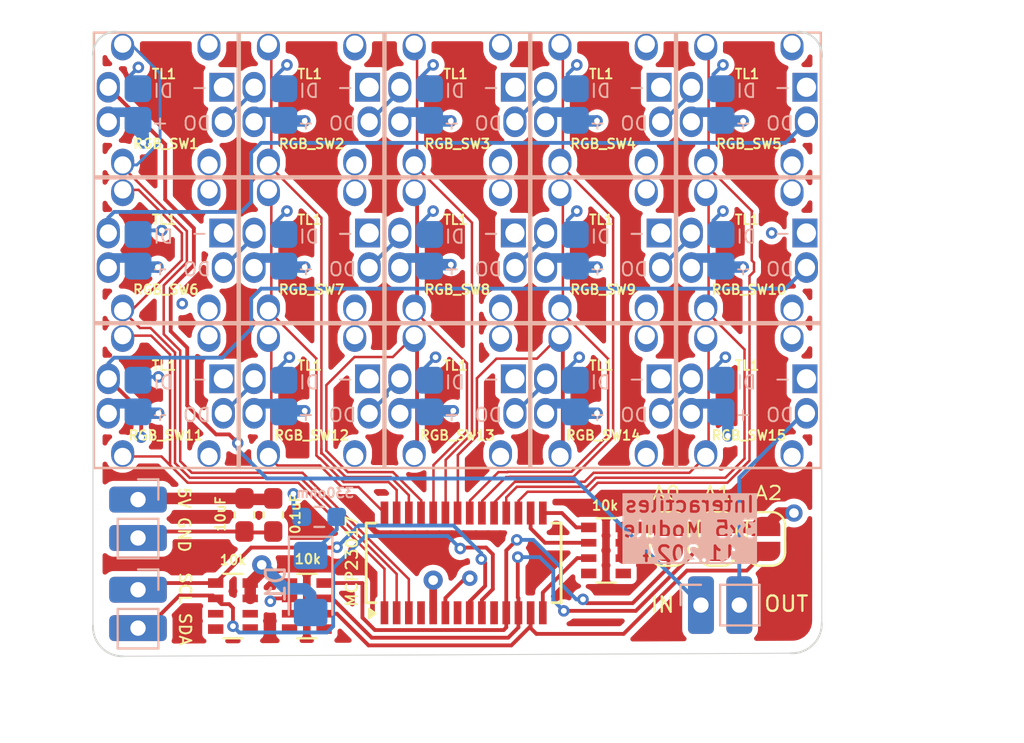
<source format=kicad_pcb>
(kicad_pcb (version 20240108) (generator "pcbnew") (generator_version "8.0")
  (layers (0 "F.Cu" signal) (1 "In1.Cu" power) (2 "In2.Cu" power) (31 "B.Cu" signal) (34 "B.Paste" user) (35 "F.Paste" user) (36 "B.SilkS" user "B.Silkscreen") (37 "F.SilkS" user "F.Silkscreen") (38 "B.Mask" user) (39 "F.Mask" user) (44 "Edge.Cuts" user))
  (net 0 "")
  (net 1 "+5V")
  (net 2 "Net-(D1-Pad1)")
  (net 3 "GND")
  (net 4 "SW2")
  (net 5 "SW5")
  (net 6 "SW8")
  (net 7 "SW10")
  (net 8 "SW9")
  (net 9 "SW15")
  (net 10 "SW12")
  (net 11 "SW11")
  (net 12 "SW1")
  (net 13 "SW6")
  (net 14 "SW4")
  (net 15 "SW3")
  (net 16 "SW14")
  (net 17 "SW13")
  (net 18 "SW7")
  (net 19 "LED_OUT")
  (net 20 "LED_IN")
  (net 21 "Net-(RGB_SW2-DIN)")
  (net 22 "Net-(RGB_SW3-DIN)")
  (net 23 "Net-(RGB_SW10-DIN)")
  (net 24 "Net-(RGB_SW4-DIN)")
  (net 25 "Net-(RGB_SW5-DIN)")
  (net 26 "Net-(RGB_SW6-DIN)")
  (net 27 "Net-(RGB_SW11-DIN)")
  (net 28 "Net-(RGB_SW8-DIN)")
  (net 29 "Net-(RGB_SW7-DIN)")
  (net 30 "Net-(RGB_SW9-DIN)")
  (net 31 "Net-(RGB_SW12-DIN)")
  (net 32 "Net-(RGB_SW13-DIN)")
  (net 33 "Net-(RGB_SW14-DIN)")
  (net 34 "Net-(RGB_SW15-DIN)")
  (net 35 "SDA")
  (net 36 "SCL")
  (net 44 "Net-(JP2-A)")
  (net 45 "Net-(JP1-A)")
  (net 46 "Net-(JP3-A)")
  (net 47 "Net-(RN2-R1.1)")
  (net 48 "Net-(RN2-R2.1)")
  (net 49 "Net-(RN2-R3.1)")
  (footprint "Resistor_SMD:R_Array_Convex_4x0603" (layer "F.Cu") (at 112.420995 86.17)
    (property "Reference" "10k")
    (property "Value" "R_Pack04")
  )
  (footprint "Package_SO:SSOP-28_3.9x9.9mm_P0.635mm" (layer "F.Cu") (at 124.448496 83.919998 90)
    (property "Reference" "U1" (hide yes))
    (property "Value" "MCP23017_ML")
  )
  (footprint "SilvansFootprintLibrary:TL1_RBG_Adressable_1_mini" (layer "F.Cu") (at 131.720995 60.02)
    (property "Reference" "RGB_SW4")
    (property "Value" "PLB_RGB_SW")
  )
  (footprint "SilvansFootprintLibrary:TL1_RBG_Adressable_1_mini" (layer "F.Cu") (at 124.120995 67.62)
    (property "Reference" "RGB_SW8")
    (property "Value" "PLB_RGB_SW")
  )
  (footprint "SilvansFootprintLibrary:TL1_RBG_Adressable_1_mini" (layer "F.Cu") (at 108.920995 67.62)
    (property "Reference" "RGB_SW6")
    (property "Value" "PLB_RGB_SW")
  )
  (footprint "Resistor_SMD:R_Array_Convex_4x0603" (layer "F.Cu") (at 116.270995 86.17)
    (property "Reference" "10k")
    (property "Value" "R_Pack04")
  )
  (footprint "SilvansFootprintLibrary:TL1_RBG_Adressable_1_mini" (layer "F.Cu") (at 139.320995 67.62)
    (property "Reference" "RGB_SW10")
    (property "Value" "PLB_RGB_SW")
  )
  (footprint "SilvansFootprintLibrary:TL1_RBG_Adressable_1_mini" (layer "F.Cu") (at 131.720995 67.62)
    (property "Reference" "RGB_SW9")
    (property "Value" "PLB_RGB_SW")
  )
  (footprint "Capacitor_SMD:C_0603_1608Metric_Pad1.08x0.95mm_HandSolder" (layer "F.Cu") (at 114.520995 81.42 -90)
    (property "Reference" "C2" (hide yes))
    (property "Value" "0.1uF")
  )
  (footprint "SilvansFootprintLibrary:TL1_RBG_Adressable_1_mini" (layer "F.Cu") (at 139.320995 60.02)
    (property "Reference" "RGB_SW5")
    (property "Value" "PLB_RGB_SW")
  )
  (footprint "SilvansFootprintLibrary:TL1_RBG_Adressable_1_mini" (layer "F.Cu") (at 131.720995 75.22)
    (property "Reference" "RGB_SW14")
    (property "Value" "PLB_RGB_SW")
  )
  (footprint "SilvansFootprintLibrary:TL1_RBG_Adressable_1_mini" (layer "F.Cu") (at 139.320995 75.22)
    (property "Reference" "RGB_SW15")
    (property "Value" "PLB_RGB_SW")
  )
  (footprint "SilvansFootprintLibrary:TL1_RBG_Adressable_1_mini" (layer "F.Cu") (at 108.920995 60.02)
    (property "Reference" "RGB_SW1")
    (property "Value" "PLB_RGB_SW")
  )
  (footprint "Jumper:SolderJumper-2_P1.3mm_Open_RoundedPad1.0x1.5mm" (layer "F.Cu") (at 140.210995 82.669999 90)
    (property "Reference" "JP3" (hide yes))
    (property "Value" "SolderJumper_2_Open")
  )
  (footprint "Jumper:SolderJumper-2_P1.3mm_Open_RoundedPad1.0x1.5mm" (layer "F.Cu") (at 135.130994 82.669996 90)
    (property "Reference" "JP1" (hide yes))
    (property "Value" "SolderJumper_2_Open")
  )
  (footprint "Capacitor_SMD:C_0603_1608Metric_Pad1.08x0.95mm_HandSolder" (layer "F.Cu") (at 113.020995 81.42 -90)
    (property "Reference" "C1" (hide yes))
    (property "Value" "10uF")
  )
  (footprint "Jumper:SolderJumper-2_P1.3mm_Open_RoundedPad1.0x1.5mm" (layer "F.Cu") (at 137.670995 82.67 90)
    (property "Reference" "JP2" (hide yes))
    (property "Value" "SolderJumper_2_Open")
  )
  (footprint "SilvansFootprintLibrary:TL1_RBG_Adressable_1_mini" (layer "F.Cu") (at 124.120995 75.22)
    (property "Reference" "RGB_SW13")
    (property "Value" "PLB_RGB_SW")
  )
  (footprint "SilvansFootprintLibrary:TL1_RBG_Adressable_1_mini" (layer "F.Cu") (at 116.520995 60.02)
    (property "Reference" "RGB_SW2")
    (property "Value" "PLB_RGB_SW")
  )
  (footprint "Resistor_SMD:R_Array_Convex_4x0603" (layer "F.Cu") (at 131.870995 83.27)
    (property "Reference" "RN2" (hide yes))
    (property "Value" "R_Pack04")
  )
  (footprint "SilvansFootprintLibrary:TL1_RBG_Adressable_1_mini" (layer "F.Cu") (at 116.520995 67.62)
    (property "Reference" "RGB_SW7")
    (property "Value" "PLB_RGB_SW")
  )
  (footprint "SilvansFootprintLibrary:TL1_RBG_Adressable_1_mini" (layer "F.Cu") (at 108.920995 75.22)
    (property "Reference" "RGB_SW11")
    (property "Value" "PLB_RGB_SW")
  )
  (footprint "SilvansFootprintLibrary:TL1_RBG_Adressable_1_mini" (layer "F.Cu") (at 124.120995 60.02)
    (property "Reference" "RGB_SW3")
    (property "Value" "PLB_RGB_SW")
  )
  (footprint "SilvansFootprintLibrary:TL1_RBG_Adressable_1_mini" (layer "F.Cu") (at 116.520995 75.22)
    (property "Reference" "RGB_SW12")
    (property "Value" "PLB_RGB_SW")
  )
  (footprint "Connector_PinHeader_2.00mm:PinHeader_1x02_P2.00mm_Vertical" (layer "B.Cu") (at 107.470995 80.62 180)
    (property "Reference" "J1" (hide yes))
    (property "Value" "PINHD_1x2_Male")
  )
  (footprint "Connector_PinHeader_2.00mm:PinHeader_1x02_P2.00mm_Vertical" (layer "B.Cu") (at 136.820995 86.12 -90)
    (property "Reference" "J4" (hide yes))
    (property "Value" "PINHD_1x2_Female")
  )
  (footprint "Connector_PinHeader_2.00mm:PinHeader_1x02_P2.00mm_Vertical" (layer "B.Cu") (at 107.470995 85.32 180)
    (property "Reference" "J2" (hide yes))
    (property "Value" "PINHD_1x2_Female")
  )
  (footprint "LED_SMD:LED_1206_3216Metric_Pad1.42x1.75mm_HandSolder" (layer "B.Cu") (at 116.470995 85.02 -90)
    (property "Reference" "D1")
    (property "Value" "LED")
  )
  (footprint "Resistor_SMD:R_0603_1608Metric_Pad0.98x0.95mm_HandSolder" (layer "B.Cu") (at 116.920995 81.52 180)
    (property "Reference" "R1" (hide yes))
    (property "Value" "330ohm")
  )
  (gr_line (start 105.120995 57.42) (end 105.120995 87.183342) (stroke (width 0.05)) (layer "Edge.Cuts"))
  (gr_arc (start 141.870997 56.22) (mid 142.784434 56.6091) (end 143.136715 57.537359) (stroke (width 0.1)) (layer "Edge.Cuts"))
  (gr_line (start 106.319523 56.218528) (end 141.870997 56.22) (stroke (width 0.05)) (layer "Edge.Cuts"))
  (gr_arc (start 143.120995 87.069999) (mid 142.653311 88.193585) (end 141.516655 88.62854) (stroke (width 0.1)) (layer "Edge.Cuts"))
  (gr_line (start 106.679535 88.787684) (end 141.516655 88.62854) (stroke (width 0.05)) (layer "Edge.Cuts"))
  (gr_line (start 143.136715 57.537359) (end 143.120995 87.069999) (stroke (width 0.05)) (layer "Edge.Cuts"))
  (gr_arc (start 105.119523 57.418528) (mid 105.470995 56.57) (end 106.319523 56.218528) (stroke (width 0.1)) (layer "Edge.Cuts"))
  (gr_arc (start 106.679535 88.787684) (mid 105.555947 88.32) (end 105.120995 87.183342) (stroke (width 0.1)) (layer "Edge.Cuts"))
  (gr_text "-" (at 118.770995 67.12 0) (layer "B.SilkS") (effects (font (size 0.7 0.7) (thickness 0.1)) (justify left bottom mirror)))
  (gr_text "Interactiles\n3x5 Module\n11.2024" (at 136.220995 83.92 0) (layer "B.SilkS" knockout) (effects (font (size 0.8 0.8) (thickness 0.14) (bold yes)) (justify bottom mirror)))
  (gr_text "-" (at 126.370995 67.12 0) (layer "B.SilkS") (effects (font (size 0.7 0.7) (thickness 0.1)) (justify left bottom mirror)))
  (gr_text "-" (at 126.370995 59.52 0) (layer "B.SilkS") (effects (font (size 0.7 0.7) (thickness 0.1)) (justify left bottom mirror)))
  (gr_text "-" (at 133.970995 59.52 0) (layer "B.SilkS") (effects (font (size 0.7 0.7) (thickness 0.1)) (justify left bottom mirror)))
  (gr_text "-" (at 118.770995 59.52 0) (layer "B.SilkS") (effects (font (size 0.7 0.7) (thickness 0.1)) (justify left bottom mirror)))
  (gr_text "-" (at 133.970995 67.12 0) (layer "B.SilkS") (effects (font (size 0.7 0.7) (thickness 0.1)) (justify left bottom mirror)))
  (gr_text "-" (at 141.570995 59.52 0) (layer "B.SilkS") (effects (font (size 0.7 0.7) (thickness 0.1)) (justify left bottom mirror)))
  (gr_text "MCP23017" (at 118.970995 86.27 90) (layer "F.SilkS") (effects (font (size 0.6 0.6) (thickness 0.1)) (justify left bottom)))
  (gr_text "SCL SDA" (at 109.570995 86.32 270) (layer "F.SilkS") (effects (font (size 0.6 0.6) (thickness 0.1)) (justify bottom)))
  (gr_text "OUT" (at 141.270995 86.52 0) (layer "F.SilkS") (effects (font (size 0.8 0.8) (thickness 0.12)) (justify bottom)))
  (gr_text "A0  A1  A2" (at 134.225854 80.686 0) (layer "F.SilkS") (effects (font (size 0.7 0.8) (thickness 0.1)) (justify left bottom)))
  (gr_text "IN" (at 134.820995 86.57 0) (layer "F.SilkS") (effects (font (size 0.8 0.8) (thickness 0.12)) (justify bottom)))
  (gr_text "5V GND" (at 109.520995 79.92 270) (layer "F.SilkS") (effects (font (size 0.6 0.6) (thickness 0.1)) (justify left bottom)))
  (gr_text "10k" (at 131.820995 81.22 0) (layer "F.SilkS") (effects (font (size 0.5 0.5) (thickness 0.1)) (justify bottom)))
  (segment (start 141.670995 81.32) (end 140.910994 81.32) (width 0.6) (layer "F.Cu") (net 1))
  (segment (start 140.160994 82.07) (end 140.210995 82.019999) (width 0.6) (layer "F.Cu") (net 1))
  (segment (start 113.920995 84.02) (end 113.920995 84.37) (width 0.6) (layer "F.Cu") (net 1))
  (segment (start 113.320995 85.77) (end 113.320995 84.97) (width 0.6) (layer "F.Cu") (net 1))
  (segment (start 140.910994 81.32) (end 140.210995 82.019999) (width 0.6) (layer "F.Cu") (net 1))
  (segment (start 113.920995 84.37) (end 113.320995 84.97) (width 0.6) (layer "F.Cu") (net 1))
  (segment (start 132.770995 82.07) (end 140.160994 82.07) (width 0.6) (layer "F.Cu") (net 1))
  (segment (start 132.770995 82.07) (end 132.770995 83.67) (width 0.6) (layer "F.Cu") (net 1))
  (segment (start 112.720995 80.5575) (end 107.533495 80.5575) (width 0.6) (layer "F.Cu") (net 1))
  (segment (start 122.860996 84.82) (end 122.860996 86.519998) (width 0.4) (layer "F.Cu") (net 1))
  (segment (start 113.020995 80.6075) (end 114.520995 80.6075) (width 0.6) (layer "F.Cu") (net 1))
  (segment (start 107.533495 80.5575) (end 107.470995 80.62) (width 0.6) (layer "F.Cu") (net 1))
  (via (at 107.743995 62.019) (size 0.6) (drill 0.3) (layers "F.Cu" "B.Cu") (net 1))
  (via (at 116.161586 75.989) (size 0.6) (drill 0.3) (layers "F.Cu" "B.Cu") (net 1))
  (via (at 113.920995 84.02) (size 1) (drill 0.5) (layers "F.Cu" "B.Cu") (net 1))
  (via (at 131.401586 60.876) (size 0.6) (drill 0.3) (layers "F.Cu" "B.Cu") (net 1))
  (via (at 123.908586 75.989) (size 0.6) (drill 0.3) (layers "F.Cu" "B.Cu") (net 1))
  (via (at 141.670995 81.32) (size 0.9) (drill 0.5) (layers "F.Cu" "B.Cu") (net 1))
  (via (at 108.505995 68.496) (size 0.6) (drill 0.3) (layers "F.Cu" "B.Cu") (net 1))
  (via (at 131.401586 76.116) (size 0.6) (drill 0.3) (layers "F.Cu" "B.Cu") (net 1))
  (via (at 108.541586 76.116) (size 0.6) (drill 0.3) (layers "F.Cu" "B.Cu") (net 1))
  (via (at 131.401586 68.496) (size 0.6) (drill 0.3) (layers "F.Cu" "B.Cu") (net 1))
  (via (at 116.161586 68.496) (size 0.6) (drill 0.3) (layers "F.Cu" "B.Cu") (net 1))
  (via (at 123.781586 60.876) (size 0.6) (drill 0.3) (layers "F.Cu" "B.Cu") (net 1))
  (via (at 116.161586 60.876) (size 0.6) (drill 0.3) (layers "F.Cu" "B.Cu") (net 1))
  (via (at 123.781586 68.369) (size 0.6) (drill 0.3) (layers "F.Cu" "B.Cu") (net 1))
  (via (at 138.223994 77.294591) (size 0.6) (drill 0.3) (layers "F.Cu" "B.Cu") (net 1))
  (via (at 122.860996 84.82) (size 1) (drill 0.5) (layers "F.Cu" "B.Cu") (net 1))
  (via (at 139.021586 68.496) (size 0.6) (drill 0.3) (layers "F.Cu" "B.Cu") (net 1))
  (via (at 139.021586 60.876) (size 0.6) (drill 0.3) (layers "F.Cu" "B.Cu") (net 1))
  (segment (start 131.401586 76.116) (end 130.568403 76.116) (width 0.6) (layer "B.Cu") (net 1))
  (segment (start 116.170995 85.27) (end 115.170995 85.27) (width 0.6) (layer "B.Cu") (net 1))
  (segment (start 107.743995 62.019) (end 107.743995 61.643) (width 0.6) (layer "B.Cu") (net 1))
  (segment (start 139.021586 60.876) (end 138.188403 60.876) (width 0.6) (layer "B.Cu") (net 1))
  (segment (start 116.161586 60.876) (end 115.328403 60.876) (width 0.6) (layer "B.Cu") (net 1))
  (segment (start 108.505995 68.496) (end 107.672812 68.496) (width 0.6) (layer "B.Cu") (net 1))
  (segment (start 107.743995 61.643) (end 107.070995 60.97) (width 0.6) (layer "B.Cu") (net 1))
  (segment (start 123.781586 68.369) (end 122.948403 68.369) (width 0.6) (layer "B.Cu") (net 1))
  (segment (start 131.401586 68.496) (end 130.568403 68.496) (width 0.6) (layer "B.Cu") (net 1))
  (segment (start 108.541586 76.116) (end 107.708403 76.116) (width 0.6) (layer "B.Cu") (net 1))
  (segment (start 115.170995 85.27) (end 113.920995 84.02) (width 0.6) (layer "B.Cu") (net 1))
  (segment (start 107.672812 68.496) (end 107.598812 68.57) (width 0.6) (layer "B.Cu") (net 1))
  (segment (start 123.781586 60.876) (end 122.948403 60.876) (width 0.6) (layer "B.Cu") (net 1))
  (segment (start 116.470994 85.569999) (end 116.170995 85.27) (width 0.6) (layer "B.Cu") (net 1))
  (segment (start 116.161586 68.496) (end 115.328403 68.496) (width 0.6) (layer "B.Cu") (net 1))
  (segment (start 123.908586 75.989) (end 123.075403 75.989) (width 0.6) (layer "B.Cu") (net 1))
  (segment (start 116.161586 75.989) (end 115.328403 75.989) (width 0.6) (layer "B.Cu") (net 1))
  (segment (start 139.021586 68.496) (end 138.188403 68.496) (width 0.6) (layer "B.Cu") (net 1))
  (segment (start 122.982995 68.57) (end 122.270995 68.57) (width 0.6) (layer "B.Cu") (net 1))
  (segment (start 137.570995 68.57) (end 137.470995 68.57) (width 0.6) (layer "B.Cu") (net 1))
  (segment (start 108.597995 80.62) (end 107.470995 80.62) (width 0.6) (layer "B.Cu") (net 1))
  (segment (start 137.570995 76.17) (end 137.470995 76.17) (width 0.6) (layer "B.Cu") (net 1))
  (segment (start 107.534997 80.684002) (end 107.470995 80.62) (width 0.6) (layer "B.Cu") (net 1))
  (segment (start 116.470994 86.5075) (end 116.470994 85.569999) (width 0.6) (layer "B.Cu") (net 1))
  (segment (start 131.401586 60.876) (end 130.568403 60.876) (width 0.6) (layer "B.Cu") (net 1))
  (segment (start 138.223994 77.294591) (end 138.223995 76.461408) (width 0.6) (layer "B.Cu") (net 1))
  (segment (start 117.833495 82.170001) (end 116.470996 83.5325) (width 0.2) (layer "B.Cu") (net 2))
  (segment (start 117.833495 81.52) (end 117.833495 82.170001) (width 0.2) (layer "B.Cu") (net 2))
  (segment (start 124.530994 84.72) (end 123.495997 85.754997) (width 0.2) (layer "F.Cu") (net 3))
  (segment (start 114.520995 82.3325) (end 113.020995 82.3325) (width 0.2) (layer "F.Cu") (net 3))
  (segment (start 115.370994 84.969999) (end 115.370995 86.569999) (width 0.2) (layer "F.Cu") (net 3))
  (segment (start 115.370992 85.769999) (end 114.520996 85.769999) (width 0.2) (layer "F.Cu") (net 3))
  (segment (start 114.520996 85.769999) (end 114.370995 85.92) (width 0.2) (layer "F.Cu") (net 3))
  (segment (start 123.495997 85.754997) (end 123.495997 86.520002) (width 0.2) (layer "F.Cu") (net 3))
  (segment (start 124.770995 84.72) (end 124.530994 84.72) (width 0.2) (layer "F.Cu") (net 3))
  (segment (start 112.720995 82.2825) (end 107.808495 82.2825) (width 0.2) (layer "F.Cu") (net 3))
  (segment (start 107.808495 82.2825) (end 107.470995 82.62) (width 0.2) (layer "F.Cu") (net 3))
  (via (at 138.096995 73.195) (size 0.6) (drill 0.3) (layers "F.Cu" "B.Cu") (net 3))
  (via (at 115.236995 65.575) (size 0.6) (drill 0.3) (layers "F.Cu" "B.Cu") (net 3))
  (via (at 115.236995 57.955) (size 0.6) (drill 0.3) (layers "F.Cu" "B.Cu") (net 3))
  (via (at 130.476995 73.195) (size 0.6) (drill 0.3) (layers "F.Cu" "B.Cu") (net 3))
  (via (at 107.489995 58.082) (size 0.6) (drill 0.3) (layers "F.Cu" "B.Cu") (net 3))
  (via (at 122.856995 57.955) (size 0.6) (drill 0.3) (layers "F.Cu" "B.Cu") (net 3))
  (via (at 130.349995 65.575) (size 0.6) (drill 0.3) (layers "F.Cu" "B.Cu") (net 3))
  (via (at 124.770995 84.72) (size 0.8) (drill 0.4) (layers "F.Cu" "B.Cu") (net 3))
  (via (at 122.983995 73.195) (size 0.6) (drill 0.3) (layers "F.Cu" "B.Cu") (net 3))
  (via (at 115.570995 80.32) (size 0.6) (drill 0.3) (layers "F.Cu" "B.Cu") (net 3))
  (via (at 130.349995 57.955) (size 0.6) (drill 0.3) (layers "F.Cu" "B.Cu") (net 3))
  (via (at 108.70976 66.581235) (size 0.6) (drill 0.3) (layers "F.Cu" "B.Cu") (net 3))
  (via (at 137.969995 65.575) (size 0.6) (drill 0.3) (layers "F.Cu" "B.Cu") (net 3))
  (via (at 109.775995 70.401) (size 0.6) (drill 0.3) (layers "F.Cu" "B.Cu") (net 3))
  (via (at 114.370995 85.92) (size 0.6) (drill 0.3) (layers "F.Cu" "B.Cu") (net 3))
  (via (at 108.540995 74.22) (size 0.6) (drill 0.3) (layers "F.Cu" "B.Cu") (net 3))
  (via (at 122.856995 65.575) (size 0.6) (drill 0.3) (layers "F.Cu" "B.Cu") (net 3))
  (via (at 140.509995 66.718) (size 0.6) (drill 0.3) (layers "F.Cu" "B.Cu") (net 3))
  (via (at 115.363995 73.195) (size 0.6) (drill 0.3) (layers "F.Cu" "B.Cu") (net 3))
  (via (at 137.969995 57.955) (size 0.6) (drill 0.3) (layers "F.Cu" "B.Cu") (net 3))
  (segment (start 107.220995 74.22) (end 107.070995 74.37) (width 0.2) (layer "B.Cu") (net 3))
  (segment (start 137.470995 58.454) (end 137.969995 57.955) (width 0.2) (layer "B.Cu") (net 3))
  (segment (start 107.489995 58.082) (end 107.070995 58.501) (width 0.2) (layer "B.Cu") (net 3))
  (segment (start 129.870995 58.434) (end 130.349995 57.955) (width 0.2) (layer "B.Cu") (net 3))
  (segment (start 129.870995 66.054) (end 130.349995 65.575) (width 0.2) (layer "B.Cu") (net 3))
  (segment (start 115.570995 81.0825) (end 116.008495 81.52) (width 0.2) (layer "B.Cu") (net 3))
  (segment (start 137.470995 73.821) (end 138.096995 73.195) (width 0.2) (layer "B.Cu") (net 3))
  (segment (start 137.470995 66.77) (end 137.470995 66.074) (width 0.2) (layer "B.Cu") (net 3))
  (segment (start 122.270995 74.37) (end 122.270995 73.908) (width 0.2) (layer "B.Cu") (net 3))
  (segment (start 122.270995 59.17) (end 122.270995 58.541) (width 0.2) (layer "B.Cu") (net 3))
  (segment (start 122.270995 66.161) (end 122.856995 65.575) (width 0.2) (layer "B.Cu") (net 3))
  (segment (start 115.570995 80.32) (end 115.570995 81.0825) (width 0.2) (layer "B.Cu") (net 3))
  (segment (start 129.870995 59.17) (end 129.870995 58.434) (width 0.2) (layer "B.Cu") (net 3))
  (segment (start 114.670995 66.77) (end 114.670995 66.141) (width 0.2) (layer "B.Cu") (net 3))
  (segment (start 107.070995 58.501) (end 107.070995 59.17) (width 0.2) (layer "B.Cu") (net 3))
  (segment (start 137.470995 59.17) (end 137.470995 58.454) (width 0.2) (layer "B.Cu") (net 3))
  (segment (start 137.470995 66.074) (end 137.969995 65.575) (width 0.2) (layer "B.Cu") (net 3))
  (segment (start 108.540995 74.22) (end 107.220995 74.22) (width 0.2) (layer "B.Cu") (net 3))
  (segment (start 108.70976 66.581235) (end 107.25976 66.581235) (width 0.2) (layer "B.Cu") (net 3))
  (segment (start 129.870995 74.37) (end 129.870995 73.801) (width 0.2) (layer "B.Cu") (net 3))
  (segment (start 137.470995 74.37) (end 137.470995 73.821) (width 0.2) (layer "B.Cu") (net 3))
  (segment (start 122.270995 58.541) (end 122.856995 57.955) (width 0.2) (layer "B.Cu") (net 3))
  (segment (start 114.670995 66.141) (end 115.236995 65.575) (width 0.2) (layer "B.Cu") (net 3))
  (segment (start 122.270995 73.908) (end 122.983995 73.195) (width 0.2) (layer "B.Cu") (net 3))
  (segment (start 129.870995 73.801) (end 130.476995 73.195) (width 0.2) (layer "B.Cu") (net 3))
  (segment (start 122.270995 66.77) (end 122.270995 66.161) (width 0.2) (layer "B.Cu") (net 3))
  (segment (start 114.670995 58.521) (end 115.236995 57.955) (width 0.2) (layer "B.Cu") (net 3))
  (segment (start 129.870995 66.77) (end 129.870995 66.054) (width 0.2) (layer "B.Cu") (net 3))
  (segment (start 107.25976 66.581235) (end 107.070995 66.77) (width 0.2) (layer "B.Cu") (net 3))
  (segment (start 114.670995 59.17) (end 114.670995 58.521) (width 0.2) (layer "B.Cu") (net 3))
  (segment (start 114.670995 74.37) (end 114.670995 73.888) (width 0.2) (layer "B.Cu") (net 3))
  (segment (start 114.670995 73.888) (end 115.363995 73.195) (width 0.2) (layer "B.Cu") (net 3))
  (segment (start 117.030995 65.93) (end 114.270995 63.17) (width 0.13) (layer "F.Cu") (net 4))
  (segment (start 121.590994 81.319997) (end 121.590994 80.389999) (width 0.13) (layer "F.Cu") (net 4))
  (segment (start 118.297681 79.445) (end 117.06268 78.209999) (width 0.13) (layer "F.Cu") (net 4))
  (segment (start 120.645995 79.445) (end 118.297681 79.445) (width 0.13) (layer "F.Cu") (net 4))
  (segment (start 117.030995 78.209999) (end 117.030995 77.97) (width 0.13) (layer "F.Cu") (net 4))
  (segment (start 117.030995 78.21) (end 117.030995 77.97) (width 0.13) (layer "F.Cu") (net 4))
  (segment (start 117.030995 77.97) (end 117.030995 65.93) (width 0.13) (layer "F.Cu") (net 4))
  (segment (start 114.270995 63.17) (end 114.420995 63.02) (width 0.2) (layer "F.Cu") (net 4))
  (segment (start 121.590994 80.389999) (end 120.645995 79.445) (width 0.13) (layer "F.Cu") (net 4))
  (segment (start 114.420995 63.02) (end 114.420995 57.02) (width 0.13) (layer "F.Cu") (net 4))
  (segment (start 117.06268 78.209999) (end 117.030995 78.209999) (width 0.13) (layer "F.Cu") (net 4))
  (segment (start 114.420995 57.02) (end 114.270995 56.87) (width 0.2) (layer "F.Cu") (net 4))
  (segment (start 130.971093 80.21) (end 131.441093 79.74) (width 0.13) (layer "F.Cu") (net 5))
  (segment (start 137.220995 63.02) (end 137.220995 57.02) (width 0.13) (layer "F.Cu") (net 5))
  (segment (start 127.780995 80.21) (end 130.971093 80.21) (width 0.13) (layer "F.Cu") (net 5))
  (segment (start 131.441093 79.74) (end 138.200995 79.74) (width 0.13) (layer "F.Cu") (net 5))
  (segment (start 139.586586 68.730031) (end 139.586586 68.261969) (width 0.13) (layer "F.Cu") (net 5))
  (segment (start 139.470995 65.57) (end 139.493995 65.593) (width 0.13) (layer "F.Cu") (net 5))
  (segment (start 137.070995 63.17) (end 137.220995 63.02) (width 0.13) (layer "F.Cu") (net 5))
  (segment (start 139.470995 68.146378) (end 139.470995 65.57) (width 0.13) (layer "F.Cu") (net 5))
  (segment (start 139.353996 78.586999) (end 139.353995 68.962622) (width 0.13) (layer "F.Cu") (net 5))
  (segment (start 127.305998 81.319997) (end 127.305998 80.984997) (width 0.13) (layer "F.Cu") (net 5))
  (segment (start 139.586586 68.261969) (end 139.470995 68.146378) (width 0.13) (layer "F.Cu") (net 5))
  (segment (start 127.313496 80.962501) (end 127.313496 80.677499) (width 0.13) (layer "F.Cu") (net 5))
  (segment (start 127.313496 80.677499) (end 127.780995 80.21) (width 0.13) (layer "F.Cu") (net 5))
  (segment (start 138.200995 79.74) (end 139.353996 78.586999) (width 0.13) (layer "F.Cu") (net 5))
  (segment (start 127.320995 80.97) (end 127.313496 80.962501) (width 0.13) (layer "F.Cu") (net 5))
  (segment (start 137.220995 57.02) (end 137.070995 56.87) (width 0.13) (layer "F.Cu") (net 5))
  (segment (start 139.353995 68.962622) (end 139.586586 68.730031) (width 0.13) (layer "F.Cu") (net 5))
  (segment (start 127.305998 80.984997) (end 127.320995 80.97) (width 0.13) (layer "F.Cu") (net 5))
  (segment (start 137.070995 63.17) (end 139.470995 65.57) (width 0.13) (layer "F.Cu") (net 5))
  (segment (start 122.020995 70.62) (end 122.020995 64.62) (width 0.2) (layer "F.Cu") (net 6))
  (segment (start 122.020995 64.62) (end 121.870995 64.47) (width 0.2) (layer "F.Cu") (net 6))
  (segment (start 121.870995 70.77) (end 122.020995 70.62) (width 0.2) (layer "F.Cu") (net 6))
  (segment (start 124.620995 77.07) (end 122.875993 78.815002) (width 0.13) (layer "F.Cu") (net 6))
  (segment (start 124.620995 73.52) (end 121.870995 70.77) (width 0.13) (layer "F.Cu") (net 6))
  (segment (start 124.620995 77.07) (end 124.620995 73.52) (width 0.13) (layer "F.Cu") (net 6))
  (segment (start 122.875993 78.815002) (end 122.875993 81.220001) (width 0.13) (layer "F.Cu") (net 6))
  (segment (start 139.093995 78.479304) (end 138.093299 79.48) (width 0.13) (layer "F.Cu") (net 7))
  (segment (start 130.863397 79.95) (end 127.225997 79.95) (width 0.13) (layer "F.Cu") (net 7))
  (segment (start 131.333397 79.48) (end 130.863397 79.95) (width 0.13) (layer "F.Cu") (net 7))
  (segment (start 137.070995 70.77) (end 137.220995 70.62) (width 0.13) (layer "F.Cu") (net 7))
  (segment (start 137.070995 70.77) (end 139.093995 72.793) (width 0.13) (layer "F.Cu") (net 7))
  (segment (start 138.093299 79.48) (end 131.333397 79.48) (width 0.13) (layer "F.Cu") (net 7))
  (segment (start 126.670997 80.505) (end 126.670997 81.32) (width 0.13) (layer "F.Cu") (net 7))
  (segment (start 139.093995 72.793) (end 139.093995 78.479304) (width 0.13) (layer "F.Cu") (net 7))
  (segment (start 127.225997 79.95) (end 126.670997 80.505) (width 0.13) (layer "F.Cu") (net 7))
  (segment (start 137.220995 64.62) (end 137.070995 64.47) (width 0.13) (layer "F.Cu") (net 7))
  (segment (start 137.220995 70.62) (end 137.220995 64.62) (width 0.13) (layer "F.Cu") (net 7))
  (segment (start 131.981995 77.259) (end 130.070995 79.17) (width 0.13) (layer "F.Cu") (net 8))
  (segment (start 124.780993 81.305001) (end 124.765996 81.319998) (width 0.13) (layer "F.Cu") (net 8))
  (segment (start 124.780993 80.664996) (end 124.780993 81.305001) (width 0.13) (layer "F.Cu") (net 8))
  (segment (start 126.736613 79.185) (end 126.260989 79.185) (width 0.13) (layer "F.Cu") (net 8))
  (segment (start 129.470995 70.77) (end 131.981995 73.281) (width 0.13) (layer "F.Cu") (net 8))
  (segment (start 129.620995 64.62) (end 129.470995 64.47) (width 0.2) (layer "F.Cu") (net 8))
  (segment (start 130.070995 79.17) (end 126.751613 79.17) (width 0.13) (layer "F.Cu") (net 8))
  (segment (start 126.751613 79.17) (end 126.736613 79.185) (width 0.13) (layer "F.Cu") (net 8))
  (segment (start 129.620995 70.62) (end 129.620995 64.62) (width 0.13) (layer "F.Cu") (net 8))
  (segment (start 126.260989 79.185) (end 124.780993 80.664996) (width 0.13) (layer "F.Cu") (net 8))
  (segment (start 129.470995 70.77) (end 129.620995 70.62) (width 0.2) (layer "F.Cu") (net 8))
  (segment (start 131.981995 73.281) (end 131.981995 77.259) (width 0.13) (layer "F.Cu") (net 8))
  (segment (start 131.225701 79.22) (end 130.755701 79.69) (width 0.13) (layer "F.Cu") (net 9))
  (segment (start 136.220995 79.22) (end 131.225701 79.22) (width 0.13) (layer "F.Cu") (net 9))
  (segment (start 137.070995 78.37) (end 136.220995 79.22) (width 0.13) (layer "F.Cu") (net 9))
  (segment (start 137.070995 78.37) (end 137.220995 78.22) (width 0.13) (layer "F.Cu") (net 9))
  (segment (start 137.220995 72.22) (end 137.070995 72.07) (width 0.13) (layer "F.Cu") (net 9))
  (segment (start 127.118301 79.69) (end 126.050993 80.757308) (width 0.13) (layer "F.Cu") (net 9))
  (segment (start 130.755701 79.69) (end 127.118301 79.69) (width 0.13) (layer "F.Cu") (net 9))
  (segment (start 137.220995 78.22) (end 137.220995 72.22) (width 0.13) (layer "F.Cu") (net 9))
  (segment (start 120.320994 81.319996) (end 118.965998 79.965) (width 0.13) (layer "F.Cu") (net 10))
  (segment (start 114.270995 78.37) (end 114.420995 78.22) (width 0.13) (layer "F.Cu") (net 10))
  (segment (start 114.420995 78.22) (end 114.420995 72.22) (width 0.13) (layer "F.Cu") (net 10))
  (segment (start 118.965998 79.965) (end 118.082289 79.965) (width 0.13) (layer "F.Cu") (net 10))
  (segment (start 116.957289 78.84) (end 114.740995 78.84) (width 0.13) (layer "F.Cu") (net 10))
  (segment (start 114.420995 72.22) (end 114.270995 72.07) (width 0.13) (layer "F.Cu") (net 10))
  (segment (start 114.740995 78.84) (end 114.270995 78.37) (width 0.13) (layer "F.Cu") (net 10))
  (segment (start 118.082289 79.965) (end 116.957289 78.84) (width 0.13) (layer "F.Cu") (net 10))
  (segment (start 108.153299 72.07) (end 106.670995 72.07) (width 0.13) (layer "F.Cu") (net 11))
  (segment (start 109.140995 73.057696) (end 109.140995 78.82) (width 0.13) (layer "F.Cu") (net 11))
  (segment (start 108.690995 78.37) (end 109.140995 78.82) (width 0.13) (layer "F.Cu") (net 11))
  (segment (start 109.140995 73.057696) (end 108.153299 72.07) (width 0.13) (layer "F.Cu") (net 11))
  (segment (start 109.055995 78.736696) (end 109.055995 78.735) (width 0.13) (layer "F.Cu") (net 11))
  (segment (start 115.829605 79.74) (end 110.059299 79.74) (width 0.13) (layer "F.Cu") (net 11))
  (segment (start 120.320994 84.231389) (end 115.829605 79.74) (width 0.13) (layer "F.Cu") (net 11))
  (segment (start 110.059299 79.74) (end 109.055995 78.736696) (width 0.13) (layer "F.Cu") (net 11))
  (segment (start 120.320994 86.519999) (end 120.320994 84.231389) (width 0.13) (layer "F.Cu") (net 11))
  (segment (start 106.670995 78.37) (end 108.690995 78.37) (width 0.13) (layer "F.Cu") (net 11))
  (segment (start 109.670995 78.616304) (end 110.274691 79.22) (width 0.13) (layer "F.Cu") (net 12))
  (segment (start 109.670995 72.852304) (end 109.670995 78.616304) (width 0.13) (layer "F.Cu") (net 12))
  (segment (start 108.810995 69.447696) (end 108.810995 71.992304) (width 0.13) (layer "F.Cu") (net 12))
  (segment (start 121.590994 84.765997) (end 121.590994 86.519999) (width 0.13) (layer "F.Cu") (net 12))
  (segment (start 116.044997 79.22) (end 121.590994 84.765997) (width 0.13) (layer "F.Cu") (net 12))
  (segment (start 110.274691 79.22) (end 116.044997 79.22) (width 0.13) (layer "F.Cu") (net 12))
  (segment (start 110.016995 66.620039) (end 110.016995 68.241696) (width 0.13) (layer "F.Cu") (net 12))
  (segment (start 106.670995 63.274038) (end 110.016995 66.620039) (width 0.13) (layer "F.Cu") (net 12))
  (segment (start 108.810995 71.992304) (end 109.670995 72.852304) (width 0.13) (layer "F.Cu") (net 12))
  (segment (start 110.016995 68.241696) (end 108.810995 69.447696) (width 0.13) (layer "F.Cu") (net 12))
  (segment (start 106.670995 63.269724) (end 106.670995 63.274038) (width 0.13) (layer "F.Cu") (net 12))
  (segment (start 108.620995 61.955173) (end 107.406168 63.17) (width 0.15) (layer "B.Cu") (net 12))
  (segment (start 107.406168 63.17) (end 106.670995 63.17) (width 0.15) (layer "B.Cu") (net 12))
  (segment (start 108.620995 58.399827) (end 108.620995 61.955173) (width 0.15) (layer "B.Cu") (net 12))
  (segment (start 106.670995 56.87) (end 107.091168 56.87) (width 0.15) (layer "B.Cu") (net 12))
  (segment (start 107.091168 56.87) (end 108.620995 58.399827) (width 0.15) (layer "B.Cu") (net 12))
  (segment (start 109.400995 72.95) (end 109.400995 78.714) (width 0.13) (layer "F.Cu") (net 13))
  (segment (start 106.670995 64.47) (end 107.499261 64.47) (width 0.13) (layer "F.Cu") (net 13))
  (segment (start 120.956 84.498699) (end 120.956 86.519999) (width 0.13) (layer "F.Cu") (net 13))
  (segment (start 107.120995 70.77) (end 106.670995 70.77) (width 0.13) (layer "F.Cu") (net 13))
  (segment (start 108.120995 71.67) (end 109.400995 72.95) (width 0.13) (layer "F.Cu") (net 13))
  (segment (start 106.670995 70.77) (end 107.570995 71.67) (width 0.13) (layer "F.Cu") (net 13))
  (segment (start 109.756995 66.727735) (end 109.756995 68.134) (width 0.13) (layer "F.Cu") (net 13))
  (segment (start 110.166995 79.48) (end 115.937301 79.48) (width 0.13) (layer "F.Cu") (net 13))
  (segment (start 115.937301 79.48) (end 120.956 84.498699) (width 0.13) (layer "F.Cu") (net 13))
  (segment (start 109.756995 68.134) (end 107.120995 70.77) (width 0.13) (layer "F.Cu") (net 13))
  (segment (start 107.499261 64.47) (end 109.756995 66.727735) (width 0.13) (layer "F.Cu") (net 13))
  (segment (start 109.400995 78.714) (end 110.166995 79.48) (width 0.13) (layer "F.Cu") (net 13))
  (segment (start 107.570995 71.67) (end 108.120995 71.67) (width 0.13) (layer "F.Cu") (net 13))
  (segment (start 126.859309 79.43) (end 126.844309 79.445) (width 0.13) (layer "F.Cu") (net 14))
  (segment (start 130.178691 79.43) (end 126.859309 79.43) (width 0.13) (layer "F.Cu") (net 14))
  (segment (start 129.620995 63.02) (end 129.620995 57.02) (width 0.13) (layer "F.Cu") (net 14))
  (segment (start 125.415992 80.684997) (end 125.415992 81.304997) (width 0.13) (layer "F.Cu") (net 14))
  (segment (start 132.241995 77.366696) (end 130.178691 79.43) (width 0.13) (layer "F.Cu") (net 14))
  (segment (start 126.844309 79.445) (end 126.655989 79.445) (width 0.13) (layer "F.Cu") (net 14))
  (segment (start 126.655989 79.445) (end 125.415992 80.684997) (width 0.13) (layer "F.Cu") (net 14))
  (segment (start 129.620995 57.02) (end 129.470995 56.87) (width 0.13) (layer "F.Cu") (net 14))
  (segment (start 129.470995 63.17) (end 129.620995 63.02) (width 0.13) (layer "F.Cu") (net 14))
  (segment (start 129.470995 63.17) (end 132.241995 65.941) (width 0.13) (layer "F.Cu") (net 14))
  (segment (start 125.415992 81.304997) (end 125.400995 81.319994) (width 0.13) (layer "F.Cu") (net 14))
  (segment (start 132.241995 65.941) (end 132.241995 77.366696) (width 0.13) (layer "F.Cu") (net 14))
  (segment (start 122.020995 63.02) (end 122.020995 57.02) (width 0.13) (layer "F.Cu") (net 15))
  (segment (start 124.880995 66.18) (end 124.880995 77.177696) (width 0.13) (layer "F.Cu") (net 15))
  (segment (start 121.870995 63.17) (end 122.020995 63.02) (width 0.2) (layer "F.Cu") (net 15))
  (segment (start 123.510991 78.5477) (end 123.510991 81.220001) (width 0.13) (layer "F.Cu") (net 15))
  (segment (start 122.020995 57.02) (end 121.870995 56.87) (width 0.2) (layer "F.Cu") (net 15))
  (segment (start 121.870995 63.17) (end 124.880995 66.18) (width 0.13) (layer "F.Cu") (net 15))
  (segment (start 124.880995 77.177696) (end 123.510991 78.5477) (width 0.13) (layer "F.Cu") (net 15))
  (segment (start 128.270995 73.27) (end 129.470995 72.07) (width 0.13) (layer "F.Cu") (net 16))
  (segment (start 124.145993 78.295002) (end 124.145993 81.220001) (width 0.13) (layer "F.Cu") (net 16))
  (segment (start 126.160995 73.27) (end 128.270995 73.27) (width 0.13) (layer "F.Cu") (net 16))
  (segment (start 125.140995 74.29) (end 126.160995 73.27) (width 0.13) (layer "F.Cu") (net 16))
  (segment (start 129.620995 78.22) (end 129.620995 72.22) (width 0.2) (layer "F.Cu") (net 16))
  (segment (start 125.140995 77.3) (end 125.140995 74.29) (width 0.13) (layer "F.Cu") (net 16))
  (segment (start 125.140995 77.3) (end 124.145993 78.295002) (width 0.13) (layer "F.Cu") (net 16))
  (segment (start 129.620995 72.22) (end 129.470995 72.07) (width 0.2) (layer "F.Cu") (net 16))
  (segment (start 129.470995 78.37) (end 129.620995 78.22) (width 0.2) (layer "F.Cu") (net 16))
  (segment (start 120.760991 79.185) (end 122.240994 80.665003) (width 0.13) (layer "F.Cu") (net 17))
  (segment (start 122.240994 81.304999) (end 122.225997 81.319996) (width 0.13) (layer "F.Cu") (net 17))
  (segment (start 122.020995 72.22) (end 121.870995 72.07) (width 0.2) (layer "F.Cu") (net 17))
  (segment (start 122.020995 78.22) (end 122.020995 72.22) (width 0.2) (layer "F.Cu") (net 17))
  (segment (start 121.870995 78.37) (end 122.020995 78.22) (width 0.2) (layer "F.Cu") (net 17))
  (segment (start 117.290995 78.070618) (end 118.405377 79.185) (width 0.13) (layer "F.Cu") (net 17))
  (segment (start 121.870995 72.07) (end 120.755995 73.185) (width 0.13) (layer "F.Cu") (net 17))
  (segment (start 122.240994 80.665003) (end 122.240994 81.304999) (width 0.13) (layer "F.Cu") (net 17))
  (segment (start 120.755995 73.185) (end 118.755995 73.185) (width 0.13) (layer "F.Cu") (net 17))
  (segment (start 118.405377 79.185) (end 120.760991 79.185) (width 0.13) (layer "F.Cu") (net 17))
  (segment (start 118.755995 73.185) (end 117.290995 74.65) (width 0.13) (layer "F.Cu") (net 17))
  (segment (start 117.290995 74.65) (end 117.290995 78.070618) (width 0.13) (layer "F.Cu") (net 17))
  (segment (start 120.955996 80.122697) (end 120.538299 79.705) (width 0.13) (layer "F.Cu") (net 18))
  (segment (start 116.923299 78.47) (end 116.770995 78.317696) (width 0.13) (layer "F.Cu") (net 18))
  (segment (start 120.538299 79.705) (end 118.189985 79.705) (width 0.13) (layer "F.Cu") (net 18))
  (segment (start 116.954985 78.47) (end 116.923299 78.47) (width 0.13) (layer "F.Cu") (net 18))
  (segment (start 114.420995 70.62) (end 114.420995 64.62) (width 0.13) (layer "F.Cu") (net 18))
  (segment (start 116.770995 73.27) (end 114.270995 70.77) (width 0.13) (layer "F.Cu") (net 18))
  (segment (start 114.270995 70.77) (end 114.420995 70.62) (width 0.13) (layer "F.Cu") (net 18))
  (segment (start 120.955996 81.319996) (end 120.955996 80.122697) (width 0.13) (layer "F.Cu") (net 18))
  (segment (start 116.770995 78.317696) (end 116.770995 73.27) (width 0.13) (layer "F.Cu") (net 18))
  (segment (start 118.189985 79.705) (end 116.954985 78.47) (width 0.13) (layer "F.Cu") (net 18))
  (segment (start 114.420995 64.62) (end 114.270995 64.47) (width 0.13) (layer "F.Cu") (net 18))
  (segment (start 138.820995 79.47) (end 138.820995 86.12) (width 0.2) (layer "B.Cu") (net 19))
  (segment (start 142.170995 76.12) (end 138.820995 79.47) (width 0.2) (layer "B.Cu") (net 19))
  (segment (start 142.320995 76.12) (end 142.170995 76.12) (width 0.2) (layer "B.Cu") (net 19))
  (segment (start 110.381995 68.392884) (end 110.381995 66.468851) (width 0.2) (layer "F.Cu") (net 20))
  (segment (start 112.670995 77.67) (end 112.220995 77.22) (width 0.2) (layer "F.Cu") (net 20))
  (segment (start 112.220995 77.22) (end 111.540879 77.22) (width 0.2) (layer "F.Cu") (net 20))
  (segment (start 109.175995 69.598884) (end 110.381995 68.392884) (width 0.2) (layer "F.Cu") (net 20))
  (segment (start 108.886995 64.973851) (end 108.886995 62.086) (width 0.2) (layer "F.Cu") (net 20))
  (segment (start 110.381995 66.468851) (end 108.886995 64.973851) (width 0.2) (layer "F.Cu") (net 20))
  (segment (start 110.035995 75.715116) (end 110.035995 72.701116) (width 0.2) (layer "F.Cu") (net 20))
  (segment (start 110.035995 72.701116) (end 109.175995 71.841116) (width 0.2) (layer "F.Cu") (net 20))
  (segment (start 111.540879 77.22) (end 110.035995 75.715116) (width 0.2) (layer "F.Cu") (net 20))
  (segment (start 109.175995 71.841116) (end 109.175995 69.598884) (width 0.2) (layer "F.Cu") (net 20))
  (segment (start 108.886995 62.086) (end 105.920995 59.12) (width 0.2) (layer "F.Cu") (net 20))
  (via (at 112.670995 77.67) (size 0.6) (drill 0.3) (layers "F.Cu" "B.Cu") (net 20))
  (segment (start 112.670995 78.000116) (end 114.190879 79.52) (width 0.2) (layer "B.Cu") (net 20))
  (segment (start 114.190879 79.52) (end 130.220995 79.52) (width 0.2) (layer "B.Cu") (net 20))
  (segment (start 130.220995 79.52) (end 136.820995 86.12) (width 0.2) (layer "B.Cu") (net 20))
  (segment (start 112.670995 77.67) (end 112.670995 78.000116) (width 0.2) (layer "B.Cu") (net 20))
  (segment (start 113.520995 59.32) (end 113.520995 59.12) (width 0.2) (layer "B.Cu") (net 21))
  (segment (start 111.920995 60.92) (end 113.520995 59.32) (width 0.2) (layer "B.Cu") (net 21))
  (segment (start 119.520995 60.92) (end 121.120995 59.32) (width 0.2) (layer "B.Cu") (net 22))
  (segment (start 121.120995 59.32) (end 121.120995 59.12) (width 0.2) (layer "B.Cu") (net 22))
  (segment (start 134.720995 68.52) (end 136.320995 66.92) (width 0.2) (layer "B.Cu") (net 23))
  (segment (start 136.320995 66.92) (end 136.320995 66.72) (width 0.2) (layer "B.Cu") (net 23))
  (segment (start 128.720995 59.32) (end 128.720995 59.12) (width 0.2) (layer "B.Cu") (net 24))
  (segment (start 127.120995 60.92) (end 128.720995 59.32) (width 0.2) (layer "B.Cu") (net 24))
  (segment (start 136.320995 59.44) (end 136.320995 59.12) (width 0.2) (layer "B.Cu") (net 25))
  (segment (start 134.720995 60.92) (end 134.840995 60.92) (width 0.2) (layer "B.Cu") (net 25))
  (segment (start 134.840995 60.92) (end 136.320995 59.44) (width 0.2) (layer "B.Cu") (net 25))
  (segment (start 113.890879 62.02) (end 141.220995 62.02) (width 0.2) (layer "B.Cu") (net 26))
  (segment (start 106.220996 65.62) (end 112.851111 65.62) (width 0.2) (layer "B.Cu") (net 26))
  (segment (start 113.370995 65.100116) (end 113.370995 62.539884) (width 0.2) (layer "B.Cu") (net 26))
  (segment (start 113.370995 62.539884) (end 113.890879 62.02) (width 0.2) (layer "B.Cu") (net 26))
  (segment (start 105.920995 65.920001) (end 106.220996 65.62) (width 0.2) (layer "B.Cu") (net 26))
  (segment (start 112.851111 65.62) (end 113.370995 65.100116) (width 0.2) (layer "B.Cu") (net 26))
  (segment (start 105.920995 66.72) (end 105.920995 65.920001) (width 0.2) (layer "B.Cu") (net 26))
  (segment (start 141.220995 62.02) (end 142.320995 60.92) (width 0.2) (layer "B.Cu") (net 26))
  (segment (start 105.920995 74.32) (end 105.803995 74.203) (width 0.2) (layer "F.Cu") (net 27))
  (segment (start 107.63723 76.036235) (end 107.63723 77.365765) (width 0.2) (layer "F.Cu") (net 27))
  (segment (start 105.920995 74.32) (end 107.63723 76.036235) (width 0.2) (layer "F.Cu") (net 27))
  (via (at 107.63723 77.365765) (size 0.6) (drill 0.3) (layers "F.Cu" "B.Cu") (net 27))
  (segment (start 105.920995 74.32) (end 105.920995 73.520001) (width 0.2) (layer "B.Cu") (net 27))
  (segment (start 111.870995 73.22) (end 113.370995 71.72) (width 0.2) (layer "B.Cu") (net 27))
  (segment (start 113.370995 71.72) (end 113.370995 70.139884) (width 0.2) (layer "B.Cu") (net 27))
  (segment (start 106.220996 73.22) (end 111.870995 73.22) (width 0.2) (layer "B.Cu") (net 27))
  (segment (start 113.890879 69.62) (end 141.220995 69.62) (width 0.2) (layer "B.Cu") (net 27))
  (segment (start 141.220995 69.62) (end 142.320995 68.52) (width 0.2) (layer "B.Cu") (net 27))
  (segment (start 105.920995 73.520001) (end 106.220996 73.22) (width 0.2) (layer "B.Cu") (net 27))
  (segment (start 113.370995 70.139884) (end 113.890879 69.62) (width 0.2) (layer "B.Cu") (net 27))
  (segment (start 119.520995 68.52) (end 121.120995 66.92) (width 0.2) (layer "B.Cu") (net 28))
  (segment (start 121.120995 66.92) (end 121.120995 66.72) (width 0.2) (layer "B.Cu") (net 28))
  (segment (start 111.920995 68.52) (end 113.520995 66.92) (width 0.2) (layer "B.Cu") (net 29))
  (segment (start 113.520995 66.92) (end 113.520995 66.72) (width 0.2) (layer "B.Cu") (net 29))
  (segment (start 128.720995 66.92) (end 128.720995 66.72) (width 0.2) (layer "B.Cu") (net 30))
  (segment (start 127.120995 68.52) (end 128.720995 66.92) (width 0.2) (layer "B.Cu") (net 30))
  (segment (start 111.920995 76.12) (end 113.520995 74.52) (width 0.2) (layer "B.Cu") (net 31))
  (segment (start 113.520995 74.52) (end 113.520995 74.32) (width 0.2) (layer "B.Cu") (net 31))
  (segment (start 119.520995 76.12) (end 120.443995 75.197) (width 0.2) (layer "B.Cu") (net 32))
  (segment (start 120.443995 74.997) (end 121.120995 74.32) (width 0.2) (layer "B.Cu") (net 32))
  (segment (start 120.443995 75.197) (end 120.443995 74.997) (width 0.2) (layer "B.Cu") (net 32))
  (segment (start 128.720995 74.52) (end 128.720995 74.32) (width 0.2) (layer "B.Cu") (net 33))
  (segment (start 127.120995 76.12) (end 128.720995 74.52) (width 0.2) (layer "B.Cu") (net 33))
  (segment (start 134.720995 76.12) (end 136.320995 74.52) (width 0.2) (layer "B.Cu") (net 34))
  (segment (start 136.320995 74.52) (end 136.320995 74.32) (width 0.2) (layer "B.Cu") (net 34))
  (segment (start 124.270995 83.17) (end 124.320995 83.12) (width 0.2) (layer "F.Cu") (net 35))
  (segment (start 111.370995 85.62) (end 109.630739 85.62) (width 0.2) (layer "F.Cu") (net 35))
  (segment (start 125.400998 85.855681) (end 125.400998 86.519998) (width 0.2) (layer "F.Cu") (net 35))
  (segment (start 124.320995 83.12) (end 125.619524 83.12) (width 0.2) (layer "F.Cu") (net 35))
  (segment (start 112.420993 87.22) (end 112.420993 86.269998) (width 0.2) (layer "F.Cu") (net 35))
  (segment (start 125.970995 85.285684) (end 125.400998 85.855681) (width 0.2) (layer "F.Cu") (net 35))
  (segment (start 111.820995 86.07) (end 111.370995 85.62) (width 0.2) (layer "F.Cu") (net 35))
  (segment (start 109.630739 85.62) (end 107.930739 87.32) (width 0.2) (layer "F.Cu") (net 35))
  (segment (start 112.420993 86.269998) (end 112.220995 86.07) (width 0.2) (layer "F.Cu") (net 35))
  (segment (start 125.619524 83.12) (end 125.970995 83.471471) (width 0.2) (layer "F.Cu") (net 35))
  (segment (start 125.970995 83.471471) (end 125.970995 85.285684) (width 0.2) (layer "F.Cu") (net 35))
  (segment (start 107.930739 87.32) (end 107.470995 87.32) (width 0.2) (layer "F.Cu") (net 35))
  (segment (start 112.220995 86.07) (end 111.820995 86.07) (width 0.2) (layer "F.Cu") (net 35))
  (via (at 124.270995 83.17) (size 0.6) (drill 0.3) (layers "F.Cu" "B.Cu") (net 35))
  (via (at 112.420993 87.22) (size 0.6) (drill 0.3) (layers "F.Cu" "B.Cu") (net 35))
  (segment (start 119.322466 82.52) (end 117.645993 84.196473) (width 0.2) (layer "B.Cu") (net 35))
  (segment (start 123.620995 82.52) (end 119.322466 82.52) (width 0.2) (layer "B.Cu") (net 35))
  (segment (start 117.330739 87.545) (end 112.745993 87.545) (width 0.2) (layer "B.Cu") (net 35))
  (segment (start 124.270995 83.17) (end 123.620995 82.52) (width 0.2) (layer "B.Cu") (net 35))
  (segment (start 112.745993 87.545) (end 112.420993 87.22) (width 0.2) (layer "B.Cu") (net 35))
  (segment (start 117.645993 87.229746) (end 117.330739 87.545) (width 0.2) (layer "B.Cu") (net 35))
  (segment (start 117.645993 84.196473) (end 117.645993 87.229746) (width 0.2) (layer "B.Cu") (net 35))
  (segment (start 111.520995 84.97) (end 107.820995 84.97) (width 0.2) (layer "F.Cu") (net 36))
  (segment (start 124.765996 85.924997) (end 124.765996 86.519998) (width 0.2) (layer "F.Cu") (net 36))
  (segment (start 125.570995 83.92) (end 125.570995 85.119998) (width 0.2) (layer "F.Cu") (net 36))
  (segment (start 117.845995 83.102036) (end 117.828031 83.12) (width 0.2) (layer "F.Cu") (net 36))
  (segment (start 117.828031 83.12) (end 113.370995 83.12) (width 0.2) (layer "F.Cu") (net 36))
  (segment (start 113.370995 83.12) (end 111.520995 84.97) (width 0.2) (layer "F.Cu") (net 36))
  (segment (start 125.570995 85.119998) (end 124.765996 85.924997) (width 0.2) (layer "F.Cu") (net 36))
  (segment (start 125.370995 83.72) (end 125.570995 83.92) (width 0.2) (layer "F.Cu") (net 36))
  (segment (start 107.820995 84.97) (end 107.470995 85.32) (width 0.2) (layer "F.Cu") (net 36))
  (via (at 125.370995 83.72) (size 0.6) (drill 0.3) (layers "F.Cu" "B.Cu") (net 36))
  (via (at 117.845995 83.102036) (size 0.6) (drill 0.3) (layers "F.Cu" "B.Cu") (net 36))
  (segment (start 125.370995 83.72) (end 125.370995 83.421471) (width 0.2) (layer "B.Cu") (net 36))
  (segment (start 123.919524 81.97) (end 118.978031 81.97) (width 0.2) (layer "B.Cu") (net 36))
  (segment (start 125.370995 83.421471) (end 123.919524 81.97) (width 0.2) (layer "B.Cu") (net 36))
  (segment (start 118.978031 81.97) (end 117.845995 83.102036) (width 0.2) (layer "B.Cu") (net 36))
  (segment (start 126.770997 87.819998) (end 127.305998 87.284997) (width 0.2) (layer "F.Cu") (net 44))
  (segment (start 117.170995 85.770001) (end 117.605312 85.770001) (width 0.2) (layer "F.Cu") (net 44))
  (segment (start 127.270995 85.719995) (end 127.305998 85.754998) (width 0.2) (layer "F.Cu") (net 44))
  (segment (start 133.424867 86.42) (end 136.524867 83.32) (width 0.2) (layer "F.Cu") (net 44))
  (segment (start 127.270995 83.617384) (end 127.270995 85.719995) (width 0.2) (layer "F.Cu") (net 44))
  (segment (start 129.670995 86.42) (end 133.424867 86.42) (width 0.2) (layer "F.Cu") (net 44))
  (segment (start 127.305998 85.754998) (end 127.305998 86.519999) (width 0.2) (layer "F.Cu") (net 44))
  (segment (start 136.524867 83.32) (end 137.670995 83.32) (width 0.2) (layer "F.Cu") (net 44))
  (segment (start 127.305998 87.284997) (end 127.305998 86.519999) (width 0.2) (layer "F.Cu") (net 44))
  (segment (start 119.65531 87.819998) (end 126.770997 87.819998) (width 0.2) (layer "F.Cu") (net 44))
  (segment (start 117.605312 85.770001) (end 119.65531 87.819998) (width 0.2) (layer "F.Cu") (net 44))
  (via (at 129.670995 86.42) (size 0.6) (drill 0.3) (layers "F.Cu" "B.Cu") (net 44))
  (via (at 127.270995 83.617384) (size 0.6) (drill 0.3) (layers "F.Cu" "B.Cu") (net 44))
  (segment (start 127.273611 83.62) (end 127.270995 83.617384) (width 0.2) (layer "B.Cu") (net 44))
  (segment (start 128.420995 83.62) (end 127.273611 83.62) (width 0.2) (layer "B.Cu") (net 44))
  (segment (start 129.120995 84.32) (end 128.420995 83.62) (width 0.2) (layer "B.Cu") (net 44))
  (segment (start 129.670995 86.42) (end 129.120995 85.87) (width 0.2) (layer "B.Cu") (net 44))
  (segment (start 129.120995 85.87) (end 129.120995 84.32) (width 0.2) (layer "B.Cu") (net 44))
  (segment (start 119.170999 86.770002) (end 119.820995 87.419998) (width 0.2) (layer "F.Cu") (net 45))
  (segment (start 133.259181 86.02) (end 135.130994 84.148187) (width 0.2) (layer "F.Cu") (net 45))
  (segment (start 135.130994 84.148187) (end 135.130994 83.319996) (width 0.2) (layer "F.Cu") (net 45))
  (segment (start 126.535996 87.419998) (end 126.670995 87.284999) (width 0.2) (layer "F.Cu") (net 45))
  (segment (start 119.170999 84.970004) (end 119.170999 86.770002) (width 0.2) (layer "F.Cu") (net 45))
  (segment (start 119.820995 87.419998) (end 126.535996 87.419998) (width 0.2) (layer "F.Cu") (net 45))
  (segment (start 117.170995 84.970004) (end 119.170999 84.970004) (width 0.2) (layer "F.Cu") (net 45))
  (segment (start 130.670995 85.82) (end 130.870995 86.02) (width 0.2) (layer "F.Cu") (net 45))
  (segment (start 127.220995 82.72) (end 126.670995 83.27) (width 0.2) (layer "F.Cu") (net 45))
  (segment (start 126.670995 83.27) (end 126.670995 86.52) (width 0.2) (layer "F.Cu") (net 45))
  (segment (start 130.870995 86.02) (end 133.259181 86.02) (width 0.2) (layer "F.Cu") (net 45))
  (segment (start 126.670995 87.284999) (end 126.670995 86.52) (width 0.2) (layer "F.Cu") (net 45))
  (via (at 127.220995 82.72) (size 0.6) (drill 0.3) (layers "F.Cu" "B.Cu") (net 45))
  (via (at 130.670995 85.82) (size 0.6) (drill 0.3) (layers "F.Cu" "B.Cu") (net 45))
  (segment (start 130.670995 85.82) (end 130.320995 85.82) (width 0.2) (layer "B.Cu") (net 45))
  (segment (start 129.520995 84.154315) (end 128.086681 82.72) (width 0.2) (layer "B.Cu") (net 45))
  (segment (start 128.086681 82.72) (end 127.220995 82.72) (width 0.2) (layer "B.Cu") (net 45))
  (segment (start 130.320995 85.82) (end 129.520995 85.02) (width 0.2) (layer "B.Cu") (net 45))
  (segment (start 129.520995 85.02) (end 129.520995 84.154315) (width 0.2) (layer "B.Cu") (net 45))
  (segment (start 126.936683 88.219998) (end 127.940996 87.215685) (width 0.2) (layer "F.Cu") (net 46))
  (segment (start 139.210994 84.32) (end 136.090553 84.32) (width 0.2) (layer "F.Cu") (net 46))
  (segment (start 127.940996 87.32) (end 127.940996 86.52) (width 0.2) (layer "F.Cu") (net 46))
  (segment (start 140.210995 83.319999) (end 139.210994 84.32) (width 0.2) (layer "F.Cu") (net 46))
  (segment (start 132.790553 87.62) (end 128.240996 87.62) (width 0.2) (layer "F.Cu") (net 46))
  (segment (start 117.839626 86.570001) (end 119.489625 88.219998) (width 0.2) (layer "F.Cu") (net 46))
  (segment (start 127.940996 87.215685) (end 127.940996 86.52) (width 0.2) (layer "F.Cu") (net 46))
  (segment (start 119.489625 88.219998) (end 126.936683 88.219998) (width 0.2) (layer "F.Cu") (net 46))
  (segment (start 128.240996 87.62) (end 127.940996 87.32) (width 0.2) (layer "F.Cu") (net 46))
  (segment (start 136.090553 84.32) (end 132.790553 87.62) (width 0.2) (layer "F.Cu") (net 46))
  (segment (start 117.170998 86.570001) (end 117.839626 86.570001) (width 0.2) (layer "F.Cu") (net 46))
  (segment (start 128.575998 81.319997) (end 129.570992 81.319997) (width 0.2) (layer "F.Cu") (net 47))
  (segment (start 130.320995 82.07) (end 130.970995 82.07) (width 0.2) (layer "F.Cu") (net 47))
  (segment (start 129.570992 81.319997) (end 130.320995 82.07) (width 0.2) (layer "F.Cu") (net 47))
  (segment (start 127.940992 81.319997) (end 127.940992 82.119997) (width 0.2) (layer "F.Cu") (net 48))
  (segment (start 128.690995 82.87) (end 130.970995 82.87) (width 0.2) (layer "F.Cu") (net 48))
  (segment (start 127.940992 82.119997) (end 128.690995 82.87) (width 0.2) (layer "F.Cu") (net 48))
  (segment (start 128.575998 85.464997) (end 128.575998 86.52) (width 0.2) (layer "F.Cu") (net 49))
  (segment (start 130.370995 83.67) (end 128.575998 85.464997) (width 0.2) (layer "F.Cu") (net 49))
  (segment (start 130.970995 83.67) (end 130.370995 83.67) (width 0.2) (layer "F.Cu") (net 49))
  (zone (net 0) (net_name "") (layer "F.Cu") (priority 2) (connect_pads (clearance 0.3)) (min_thickness 0.25) (fill yes (thermal_gap 0.5) (thermal_bridge_width 0.5) (island_removal_mode 1) (island_area_min 10))
    (polygon (pts (xy 104.420995 55.07) (xy 144.270995 54.57) (xy 143.920995 89.72) (xy 103.670995 89.57) (xy 104.370995 55.07)))
  )
)
</source>
